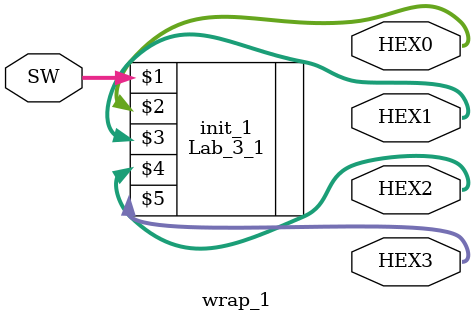
<source format=v>

module wrap_1 (
    input    [3:0]  SW,
    output   [6:0]  HEX0,
    output   [6:0]  HEX1,
    output   [6:0]  HEX2,
    output   [6:0]  HEX3
);
//аналог хеддер файла
Lab_3_1 init_1 (SW [3:0], HEX0 [6:0], HEX1 [6:0], HEX2 [6:0], HEX3 [6:0]);

endmodule

</source>
